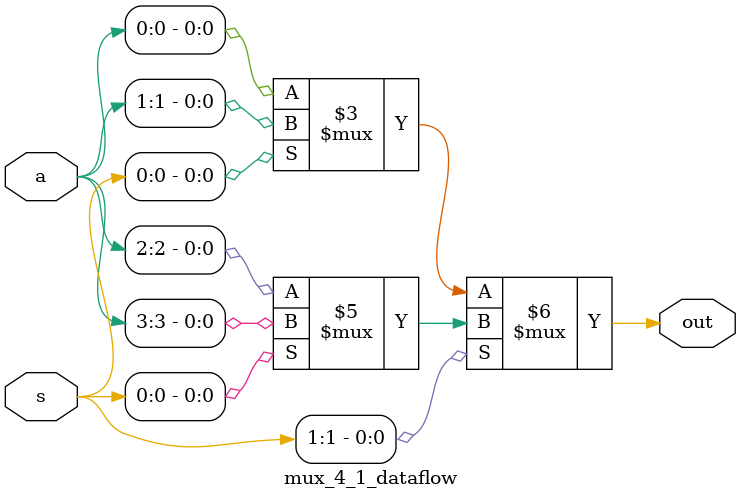
<source format=v>
module mux_4_1_dataflow (a,s,out);
input [3:0]a;
input [1:0]s;
output out;
assign out=s[1]==0?(s[0]==0?a[0]:a[1]):(s[0]==0?a[2]:a[3]);
endmodule
</source>
